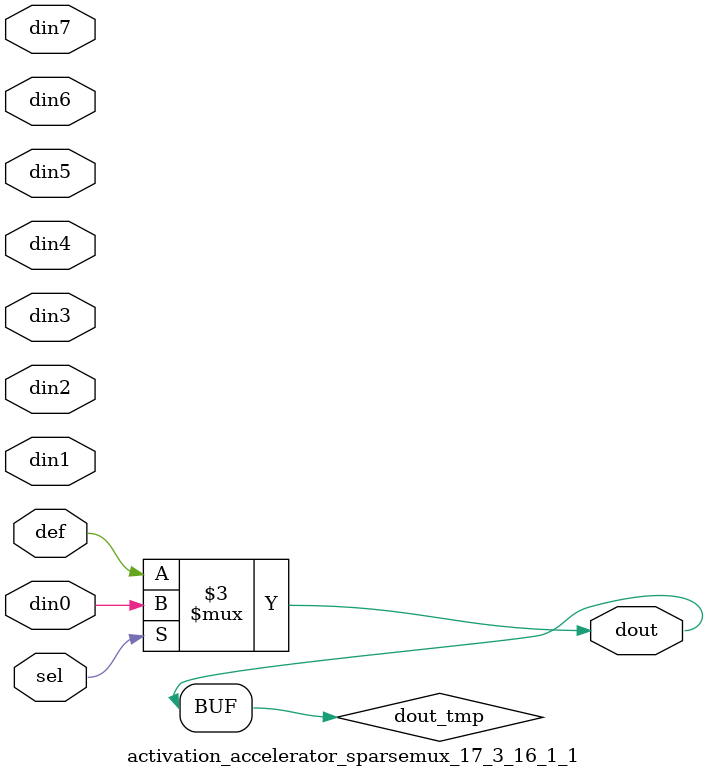
<source format=v>
`timescale 1ns / 1ps

module activation_accelerator_sparsemux_17_3_16_1_1 (din0,din1,din2,din3,din4,din5,din6,din7,def,sel,dout);

parameter din0_WIDTH = 1;

parameter din1_WIDTH = 1;

parameter din2_WIDTH = 1;

parameter din3_WIDTH = 1;

parameter din4_WIDTH = 1;

parameter din5_WIDTH = 1;

parameter din6_WIDTH = 1;

parameter din7_WIDTH = 1;

parameter def_WIDTH = 1;
parameter sel_WIDTH = 1;
parameter dout_WIDTH = 1;

parameter [sel_WIDTH-1:0] CASE0 = 1;

parameter [sel_WIDTH-1:0] CASE1 = 1;

parameter [sel_WIDTH-1:0] CASE2 = 1;

parameter [sel_WIDTH-1:0] CASE3 = 1;

parameter [sel_WIDTH-1:0] CASE4 = 1;

parameter [sel_WIDTH-1:0] CASE5 = 1;

parameter [sel_WIDTH-1:0] CASE6 = 1;

parameter [sel_WIDTH-1:0] CASE7 = 1;

parameter ID = 1;
parameter NUM_STAGE = 1;



input [din0_WIDTH-1:0] din0;

input [din1_WIDTH-1:0] din1;

input [din2_WIDTH-1:0] din2;

input [din3_WIDTH-1:0] din3;

input [din4_WIDTH-1:0] din4;

input [din5_WIDTH-1:0] din5;

input [din6_WIDTH-1:0] din6;

input [din7_WIDTH-1:0] din7;

input [def_WIDTH-1:0] def;
input [sel_WIDTH-1:0] sel;

output [dout_WIDTH-1:0] dout;



reg [dout_WIDTH-1:0] dout_tmp;


always @ (*) begin
(* parallel_case *) case (sel)
    
    CASE0 : dout_tmp = din0;
    
    CASE1 : dout_tmp = din1;
    
    CASE2 : dout_tmp = din2;
    
    CASE3 : dout_tmp = din3;
    
    CASE4 : dout_tmp = din4;
    
    CASE5 : dout_tmp = din5;
    
    CASE6 : dout_tmp = din6;
    
    CASE7 : dout_tmp = din7;
    
    default : dout_tmp = def;
endcase
end


assign dout = dout_tmp;



endmodule

</source>
